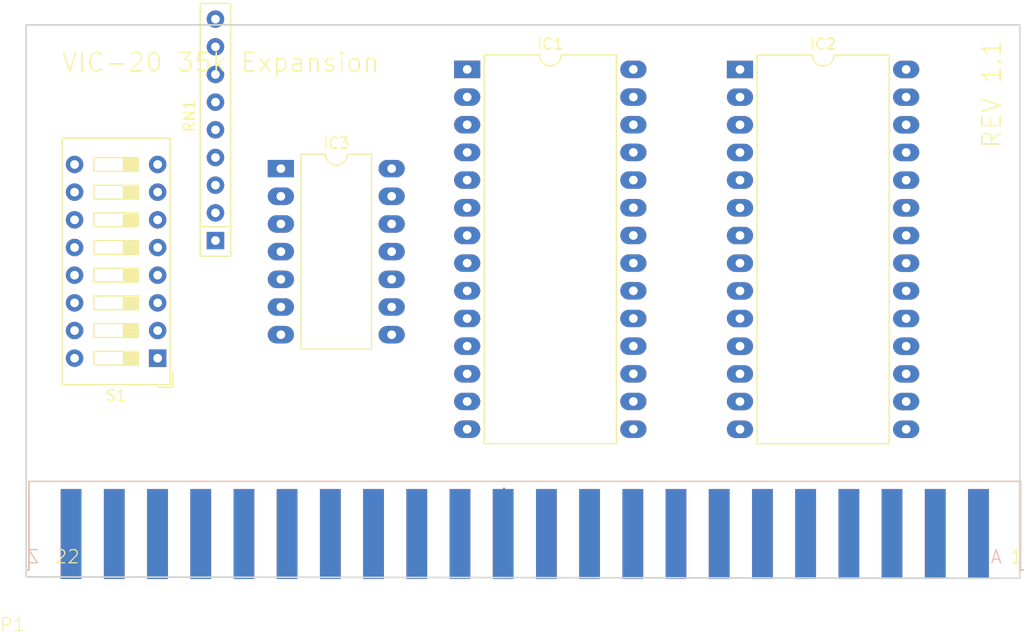
<source format=kicad_pcb>
(kicad_pcb (version 20171130) (host pcbnew 5.0.2+dfsg1-1~bpo9+1)

  (general
    (thickness 1.6)
    (drawings 6)
    (tracks 7)
    (zones 0)
    (modules 6)
    (nets 55)
  )

  (page A4)
  (layers
    (0 Top signal)
    (31 Bottom signal)
    (32 B.Adhes user)
    (33 F.Adhes user)
    (34 B.Paste user)
    (35 F.Paste user)
    (36 B.SilkS user)
    (37 F.SilkS user)
    (38 B.Mask user)
    (39 F.Mask user)
    (40 Dwgs.User user)
    (41 Cmts.User user)
    (42 Eco1.User user)
    (43 Eco2.User user)
    (44 Edge.Cuts user)
    (45 Margin user)
    (46 B.CrtYd user)
    (47 F.CrtYd user)
    (48 B.Fab user)
    (49 F.Fab user)
  )

  (setup
    (last_trace_width 0.25)
    (trace_clearance 0.1524)
    (zone_clearance 0.508)
    (zone_45_only no)
    (trace_min 0.2)
    (segment_width 0.2)
    (edge_width 0.15)
    (via_size 0.8)
    (via_drill 0.4)
    (via_min_size 0.4)
    (via_min_drill 0.3)
    (uvia_size 0.3)
    (uvia_drill 0.1)
    (uvias_allowed no)
    (uvia_min_size 0.2)
    (uvia_min_drill 0.1)
    (pcb_text_width 0.3)
    (pcb_text_size 1.5 1.5)
    (mod_edge_width 0.15)
    (mod_text_size 1 1)
    (mod_text_width 0.15)
    (pad_size 1.524 1.524)
    (pad_drill 0.762)
    (pad_to_mask_clearance 0.051)
    (solder_mask_min_width 0.25)
    (aux_axis_origin 0 0)
    (visible_elements FFFFFF7F)
    (pcbplotparams
      (layerselection 0x010fc_ffffffff)
      (usegerberextensions false)
      (usegerberattributes false)
      (usegerberadvancedattributes false)
      (creategerberjobfile false)
      (excludeedgelayer true)
      (linewidth 0.100000)
      (plotframeref false)
      (viasonmask false)
      (mode 1)
      (useauxorigin false)
      (hpglpennumber 1)
      (hpglpenspeed 20)
      (hpglpendiameter 15.000000)
      (psnegative false)
      (psa4output false)
      (plotreference true)
      (plotvalue true)
      (plotinvisibletext false)
      (padsonsilk false)
      (subtractmaskfromsilk false)
      (outputformat 1)
      (mirror false)
      (drillshape 1)
      (scaleselection 1)
      (outputdirectory ""))
  )

  (net 0 "")
  (net 1 +5V)
  (net 2 GND)
  (net 3 "Net-(IC3-Pad5)")
  (net 4 "Net-(IC3-Pad1)")
  (net 5 "Net-(IC3-Pad2)")
  (net 6 "Net-(IC3-Pad4)")
  (net 7 "Net-(IC3-Pad13)")
  (net 8 "Net-(IC3-Pad9)")
  (net 9 "Net-(IC2-Pad22)")
  (net 10 "Net-(IC2-Pad20)")
  (net 11 "Net-(P1-Pad11)")
  (net 12 "Net-(P1-Pad12)")
  (net 13 "Net-(P1-Pad10)")
  (net 14 "Net-(P1-Pad16)")
  (net 15 "Net-(IC1-Pad27)")
  (net 16 "Net-(P1-Pad13)")
  (net 17 "Net-(P1-Pad15)")
  (net 18 "Net-(P1-Pad14)")
  (net 19 "Net-(IC1-Pad1)")
  (net 20 "Net-(IC1-Pad20)")
  (net 21 /A8)
  (net 22 /A9)
  (net 23 /A11)
  (net 24 /A10)
  (net 25 /D7)
  (net 26 /D6)
  (net 27 /D5)
  (net 28 /D4)
  (net 29 /D3)
  (net 30 /D2)
  (net 31 /D1)
  (net 32 /D0)
  (net 33 /A0)
  (net 34 /A1)
  (net 35 /A2)
  (net 36 /A3)
  (net 37 /A4)
  (net 38 /A5)
  (net 39 /A6)
  (net 40 /A7)
  (net 41 /A12)
  (net 42 "Net-(IC2-Pad1)")
  (net 43 "Net-(P1-PadZ)")
  (net 44 "Net-(P1-PadY)")
  (net 45 "Net-(P1-PadX)")
  (net 46 "Net-(P1-PadW)")
  (net 47 "Net-(P1-PadV)")
  (net 48 "Net-(P1-PadU)")
  (net 49 "Net-(P1-PadT)")
  (net 50 /A13)
  (net 51 "Net-(P1-Pad22)")
  (net 52 "Net-(P1-Pad20)")
  (net 53 "Net-(P1-Pad19)")
  (net 54 "Net-(P1-Pad18)")

  (net_class Default "This is the default net class."
    (clearance 0.1524)
    (trace_width 0.25)
    (via_dia 0.8)
    (via_drill 0.4)
    (uvia_dia 0.3)
    (uvia_drill 0.1)
    (add_net +5V)
    (add_net /A0)
    (add_net /A1)
    (add_net /A10)
    (add_net /A11)
    (add_net /A12)
    (add_net /A13)
    (add_net /A2)
    (add_net /A3)
    (add_net /A4)
    (add_net /A5)
    (add_net /A6)
    (add_net /A7)
    (add_net /A8)
    (add_net /A9)
    (add_net /D0)
    (add_net /D1)
    (add_net /D2)
    (add_net /D3)
    (add_net /D4)
    (add_net /D5)
    (add_net /D6)
    (add_net /D7)
    (add_net GND)
    (add_net "Net-(IC1-Pad1)")
    (add_net "Net-(IC1-Pad20)")
    (add_net "Net-(IC1-Pad27)")
    (add_net "Net-(IC2-Pad1)")
    (add_net "Net-(IC2-Pad20)")
    (add_net "Net-(IC2-Pad22)")
    (add_net "Net-(IC3-Pad1)")
    (add_net "Net-(IC3-Pad13)")
    (add_net "Net-(IC3-Pad2)")
    (add_net "Net-(IC3-Pad4)")
    (add_net "Net-(IC3-Pad5)")
    (add_net "Net-(IC3-Pad9)")
    (add_net "Net-(P1-Pad10)")
    (add_net "Net-(P1-Pad11)")
    (add_net "Net-(P1-Pad12)")
    (add_net "Net-(P1-Pad13)")
    (add_net "Net-(P1-Pad14)")
    (add_net "Net-(P1-Pad15)")
    (add_net "Net-(P1-Pad16)")
    (add_net "Net-(P1-Pad18)")
    (add_net "Net-(P1-Pad19)")
    (add_net "Net-(P1-Pad20)")
    (add_net "Net-(P1-Pad22)")
    (add_net "Net-(P1-PadT)")
    (add_net "Net-(P1-PadU)")
    (add_net "Net-(P1-PadV)")
    (add_net "Net-(P1-PadW)")
    (add_net "Net-(P1-PadX)")
    (add_net "Net-(P1-PadY)")
    (add_net "Net-(P1-PadZ)")
  )

  (module Package_DIP:DIP-28_W15.24mm_LongPads (layer Top) (tedit 5A02E8C5) (tstamp 5C86D89C)
    (at 168.4 83.7)
    (descr "28-lead though-hole mounted DIP package, row spacing 15.24 mm (600 mils), LongPads")
    (tags "THT DIP DIL PDIP 2.54mm 15.24mm 600mil LongPads")
    (path /4E27A81F26B5401C)
    (fp_text reference IC2 (at 7.62 -2.33) (layer F.SilkS)
      (effects (font (size 1 1) (thickness 0.15)))
    )
    (fp_text value 6264 (at 7.62 35.35) (layer F.Fab)
      (effects (font (size 1 1) (thickness 0.15)))
    )
    (fp_arc (start 7.62 -1.33) (end 6.62 -1.33) (angle -180) (layer F.SilkS) (width 0.12))
    (fp_line (start 1.255 -1.27) (end 14.985 -1.27) (layer F.Fab) (width 0.1))
    (fp_line (start 14.985 -1.27) (end 14.985 34.29) (layer F.Fab) (width 0.1))
    (fp_line (start 14.985 34.29) (end 0.255 34.29) (layer F.Fab) (width 0.1))
    (fp_line (start 0.255 34.29) (end 0.255 -0.27) (layer F.Fab) (width 0.1))
    (fp_line (start 0.255 -0.27) (end 1.255 -1.27) (layer F.Fab) (width 0.1))
    (fp_line (start 6.62 -1.33) (end 1.56 -1.33) (layer F.SilkS) (width 0.12))
    (fp_line (start 1.56 -1.33) (end 1.56 34.35) (layer F.SilkS) (width 0.12))
    (fp_line (start 1.56 34.35) (end 13.68 34.35) (layer F.SilkS) (width 0.12))
    (fp_line (start 13.68 34.35) (end 13.68 -1.33) (layer F.SilkS) (width 0.12))
    (fp_line (start 13.68 -1.33) (end 8.62 -1.33) (layer F.SilkS) (width 0.12))
    (fp_line (start -1.5 -1.55) (end -1.5 34.55) (layer F.CrtYd) (width 0.05))
    (fp_line (start -1.5 34.55) (end 16.7 34.55) (layer F.CrtYd) (width 0.05))
    (fp_line (start 16.7 34.55) (end 16.7 -1.55) (layer F.CrtYd) (width 0.05))
    (fp_line (start 16.7 -1.55) (end -1.5 -1.55) (layer F.CrtYd) (width 0.05))
    (fp_text user %R (at 7.62 16.51) (layer F.Fab)
      (effects (font (size 1 1) (thickness 0.15)))
    )
    (pad 1 thru_hole rect (at 0 0) (size 2.4 1.6) (drill 0.8) (layers *.Cu *.Mask)
      (net 42 "Net-(IC2-Pad1)"))
    (pad 15 thru_hole oval (at 15.24 33.02) (size 2.4 1.6) (drill 0.8) (layers *.Cu *.Mask)
      (net 29 /D3))
    (pad 2 thru_hole oval (at 0 2.54) (size 2.4 1.6) (drill 0.8) (layers *.Cu *.Mask)
      (net 41 /A12))
    (pad 16 thru_hole oval (at 15.24 30.48) (size 2.4 1.6) (drill 0.8) (layers *.Cu *.Mask)
      (net 28 /D4))
    (pad 3 thru_hole oval (at 0 5.08) (size 2.4 1.6) (drill 0.8) (layers *.Cu *.Mask)
      (net 40 /A7))
    (pad 17 thru_hole oval (at 15.24 27.94) (size 2.4 1.6) (drill 0.8) (layers *.Cu *.Mask)
      (net 27 /D5))
    (pad 4 thru_hole oval (at 0 7.62) (size 2.4 1.6) (drill 0.8) (layers *.Cu *.Mask)
      (net 39 /A6))
    (pad 18 thru_hole oval (at 15.24 25.4) (size 2.4 1.6) (drill 0.8) (layers *.Cu *.Mask)
      (net 26 /D6))
    (pad 5 thru_hole oval (at 0 10.16) (size 2.4 1.6) (drill 0.8) (layers *.Cu *.Mask)
      (net 38 /A5))
    (pad 19 thru_hole oval (at 15.24 22.86) (size 2.4 1.6) (drill 0.8) (layers *.Cu *.Mask)
      (net 25 /D7))
    (pad 6 thru_hole oval (at 0 12.7) (size 2.4 1.6) (drill 0.8) (layers *.Cu *.Mask)
      (net 37 /A4))
    (pad 20 thru_hole oval (at 15.24 20.32) (size 2.4 1.6) (drill 0.8) (layers *.Cu *.Mask)
      (net 10 "Net-(IC2-Pad20)"))
    (pad 7 thru_hole oval (at 0 15.24) (size 2.4 1.6) (drill 0.8) (layers *.Cu *.Mask)
      (net 36 /A3))
    (pad 21 thru_hole oval (at 15.24 17.78) (size 2.4 1.6) (drill 0.8) (layers *.Cu *.Mask)
      (net 24 /A10))
    (pad 8 thru_hole oval (at 0 17.78) (size 2.4 1.6) (drill 0.8) (layers *.Cu *.Mask)
      (net 35 /A2))
    (pad 22 thru_hole oval (at 15.24 15.24) (size 2.4 1.6) (drill 0.8) (layers *.Cu *.Mask)
      (net 9 "Net-(IC2-Pad22)"))
    (pad 9 thru_hole oval (at 0 20.32) (size 2.4 1.6) (drill 0.8) (layers *.Cu *.Mask)
      (net 34 /A1))
    (pad 23 thru_hole oval (at 15.24 12.7) (size 2.4 1.6) (drill 0.8) (layers *.Cu *.Mask)
      (net 23 /A11))
    (pad 10 thru_hole oval (at 0 22.86) (size 2.4 1.6) (drill 0.8) (layers *.Cu *.Mask)
      (net 33 /A0))
    (pad 24 thru_hole oval (at 15.24 10.16) (size 2.4 1.6) (drill 0.8) (layers *.Cu *.Mask)
      (net 22 /A9))
    (pad 11 thru_hole oval (at 0 25.4) (size 2.4 1.6) (drill 0.8) (layers *.Cu *.Mask)
      (net 32 /D0))
    (pad 25 thru_hole oval (at 15.24 7.62) (size 2.4 1.6) (drill 0.8) (layers *.Cu *.Mask)
      (net 21 /A8))
    (pad 12 thru_hole oval (at 0 27.94) (size 2.4 1.6) (drill 0.8) (layers *.Cu *.Mask)
      (net 31 /D1))
    (pad 26 thru_hole oval (at 15.24 5.08) (size 2.4 1.6) (drill 0.8) (layers *.Cu *.Mask)
      (net 1 +5V))
    (pad 13 thru_hole oval (at 0 30.48) (size 2.4 1.6) (drill 0.8) (layers *.Cu *.Mask)
      (net 30 /D2))
    (pad 27 thru_hole oval (at 15.24 2.54) (size 2.4 1.6) (drill 0.8) (layers *.Cu *.Mask)
      (net 10 "Net-(IC2-Pad20)"))
    (pad 14 thru_hole oval (at 0 33.02) (size 2.4 1.6) (drill 0.8) (layers *.Cu *.Mask)
      (net 2 GND))
    (pad 28 thru_hole oval (at 15.24 0) (size 2.4 1.6) (drill 0.8) (layers *.Cu *.Mask)
      (net 1 +5V))
    (model ${KISYS3DMOD}/Package_DIP.3dshapes/DIP-28_W15.24mm.wrl
      (at (xyz 0 0 0))
      (scale (xyz 1 1 1))
      (rotate (xyz 0 0 0))
    )
  )

  (module expansion:44PINEDGE (layer Top) (tedit 0) (tstamp 5C793928)
    (at 148.6661 121.5086 180)
    (descr "44 Pin Edge Connector for PCB")
    (path /3904F63DF6E8D358)
    (fp_text reference P1 (at 45.72 -12.446) (layer F.SilkS)
      (effects (font (size 1.2065 1.2065) (thickness 0.09652)) (justify right top))
    )
    (fp_text value 44PINEDGE (at 45.72 -9.906 180) (layer F.Fab) hide
      (effects (font (size 1.2065 1.2065) (thickness 0.1016)) (justify right top))
    )
    (fp_text user Z (at 44.45 -7.62 180) (layer B.SilkS)
      (effects (font (size 1.2065 1.2065) (thickness 0.1016)) (justify left bottom mirror))
    )
    (fp_text user A (at -43.815 -7.62 180) (layer B.SilkS)
      (effects (font (size 1.2065 1.2065) (thickness 0.1016)) (justify left bottom mirror))
    )
    (fp_text user 22 (at 43.18 -7.62 180) (layer F.SilkS)
      (effects (font (size 1.2065 1.2065) (thickness 0.1016)) (justify left bottom))
    )
    (fp_text user 1 (at -44.45 -7.62 180) (layer F.SilkS)
      (effects (font (size 1.2065 1.2065) (thickness 0.1016)) (justify left bottom))
    )
    (fp_line (start 45.466 -8.128) (end 45.72 -8.128) (layer B.SilkS) (width 0.127))
    (fp_line (start 45.466 0) (end 45.466 -8.128) (layer B.SilkS) (width 0.127))
    (fp_line (start -45.466 0) (end 45.466 0) (layer B.SilkS) (width 0.127))
    (fp_line (start -45.466 -8.128) (end -45.466 0) (layer B.SilkS) (width 0.127))
    (fp_line (start -45.72 -8.128) (end -45.466 -8.128) (layer B.SilkS) (width 0.127))
    (fp_line (start 45.466 -8.128) (end 45.72 -8.128) (layer F.SilkS) (width 0.127))
    (fp_line (start -45.466 -8.128) (end -45.72 -8.128) (layer F.SilkS) (width 0.127))
    (fp_line (start -45.466 0) (end -45.466 -8.128) (layer F.SilkS) (width 0.127))
    (fp_line (start 45.466 0) (end 45.466 -8.128) (layer F.SilkS) (width 0.127))
    (fp_line (start -45.466 0) (end 45.466 0) (layer F.SilkS) (width 0.127))
    (pad Z smd rect (at 41.6052 -4.826 180) (size 1.905 8.255) (layers Bottom B.Paste B.Mask)
      (net 43 "Net-(P1-PadZ)") (solder_mask_margin 0.1016))
    (pad Y smd rect (at 37.6428 -4.826 180) (size 1.905 8.255) (layers Bottom B.Paste B.Mask)
      (net 44 "Net-(P1-PadY)") (solder_mask_margin 0.1016))
    (pad X smd rect (at 33.6804 -4.826 180) (size 1.905 8.255) (layers Bottom B.Paste B.Mask)
      (net 45 "Net-(P1-PadX)") (solder_mask_margin 0.1016))
    (pad W smd rect (at 29.718 -4.826 180) (size 1.905 8.255) (layers Bottom B.Paste B.Mask)
      (net 46 "Net-(P1-PadW)") (solder_mask_margin 0.1016))
    (pad V smd rect (at 25.7556 -4.826 180) (size 1.905 8.255) (layers Bottom B.Paste B.Mask)
      (net 47 "Net-(P1-PadV)") (solder_mask_margin 0.1016))
    (pad U smd rect (at 21.7932 -4.826 180) (size 1.905 8.255) (layers Bottom B.Paste B.Mask)
      (net 48 "Net-(P1-PadU)") (solder_mask_margin 0.1016))
    (pad T smd rect (at 17.8308 -4.826 180) (size 1.905 8.255) (layers Bottom B.Paste B.Mask)
      (net 49 "Net-(P1-PadT)") (solder_mask_margin 0.1016))
    (pad S smd rect (at 13.8684 -4.826 180) (size 1.905 8.255) (layers Bottom B.Paste B.Mask)
      (net 50 /A13) (solder_mask_margin 0.1016))
    (pad R smd rect (at 9.906 -4.826 180) (size 1.905 8.255) (layers Bottom B.Paste B.Mask)
      (net 41 /A12) (solder_mask_margin 0.1016))
    (pad P smd rect (at 5.9436 -4.826 180) (size 1.905 8.255) (layers Bottom B.Paste B.Mask)
      (net 23 /A11) (solder_mask_margin 0.1016))
    (pad N smd rect (at 1.9812 -4.826 180) (size 1.905 8.255) (layers Bottom B.Paste B.Mask)
      (net 24 /A10) (solder_mask_margin 0.1016))
    (pad M smd rect (at -1.9812 -4.826 180) (size 1.905 8.255) (layers Bottom B.Paste B.Mask)
      (net 22 /A9) (solder_mask_margin 0.1016))
    (pad L smd rect (at -5.9436 -4.826 180) (size 1.905 8.255) (layers Bottom B.Paste B.Mask)
      (net 21 /A8) (solder_mask_margin 0.1016))
    (pad K smd rect (at -9.906 -4.826 180) (size 1.905 8.255) (layers Bottom B.Paste B.Mask)
      (net 40 /A7) (solder_mask_margin 0.1016))
    (pad J smd rect (at -13.8684 -4.826 180) (size 1.905 8.255) (layers Bottom B.Paste B.Mask)
      (net 39 /A6) (solder_mask_margin 0.1016))
    (pad H smd rect (at -17.8308 -4.826 180) (size 1.905 8.255) (layers Bottom B.Paste B.Mask)
      (net 38 /A5) (solder_mask_margin 0.1016))
    (pad F smd rect (at -21.7932 -4.826 180) (size 1.905 8.255) (layers Bottom B.Paste B.Mask)
      (net 37 /A4) (solder_mask_margin 0.1016))
    (pad E smd rect (at -25.7556 -4.826 180) (size 1.905 8.255) (layers Bottom B.Paste B.Mask)
      (net 36 /A3) (solder_mask_margin 0.1016))
    (pad D smd rect (at -29.718 -4.826 180) (size 1.905 8.255) (layers Bottom B.Paste B.Mask)
      (net 35 /A2) (solder_mask_margin 0.1016))
    (pad C smd rect (at -33.6804 -4.826 180) (size 1.905 8.255) (layers Bottom B.Paste B.Mask)
      (net 34 /A1) (solder_mask_margin 0.1016))
    (pad B smd rect (at -37.6428 -4.826 180) (size 1.905 8.255) (layers Bottom B.Paste B.Mask)
      (net 33 /A0) (solder_mask_margin 0.1016))
    (pad A smd rect (at -41.6052 -4.826 180) (size 1.905 8.255) (layers Bottom B.Paste B.Mask)
      (net 2 GND) (solder_mask_margin 0.1016))
    (pad 22 smd rect (at 41.6052 -4.826 180) (size 1.905 8.255) (layers Top F.Paste F.Mask)
      (net 51 "Net-(P1-Pad22)") (solder_mask_margin 0.1016))
    (pad 21 smd rect (at 37.6428 -4.826 180) (size 1.905 8.255) (layers Top F.Paste F.Mask)
      (net 1 +5V) (solder_mask_margin 0.1016))
    (pad 20 smd rect (at 33.6804 -4.826 180) (size 1.905 8.255) (layers Top F.Paste F.Mask)
      (net 52 "Net-(P1-Pad20)") (solder_mask_margin 0.1016))
    (pad 19 smd rect (at 29.718 -4.826 180) (size 1.905 8.255) (layers Top F.Paste F.Mask)
      (net 53 "Net-(P1-Pad19)") (solder_mask_margin 0.1016))
    (pad 18 smd rect (at 25.7556 -4.826 180) (size 1.905 8.255) (layers Top F.Paste F.Mask)
      (net 54 "Net-(P1-Pad18)") (solder_mask_margin 0.1016))
    (pad 17 smd rect (at 21.7932 -4.826 180) (size 1.905 8.255) (layers Top F.Paste F.Mask)
      (net 15 "Net-(IC1-Pad27)") (solder_mask_margin 0.1016))
    (pad 16 smd rect (at 17.8308 -4.826 180) (size 1.905 8.255) (layers Top F.Paste F.Mask)
      (net 14 "Net-(P1-Pad16)") (solder_mask_margin 0.1016))
    (pad 15 smd rect (at 13.8684 -4.826 180) (size 1.905 8.255) (layers Top F.Paste F.Mask)
      (net 17 "Net-(P1-Pad15)") (solder_mask_margin 0.1016))
    (pad 14 smd rect (at 9.906 -4.826 180) (size 1.905 8.255) (layers Top F.Paste F.Mask)
      (net 18 "Net-(P1-Pad14)") (solder_mask_margin 0.1016))
    (pad 13 smd rect (at 5.9436 -4.826 180) (size 1.905 8.255) (layers Top F.Paste F.Mask)
      (net 16 "Net-(P1-Pad13)") (solder_mask_margin 0.1016))
    (pad 12 smd rect (at 1.9812 -4.826 180) (size 1.905 8.255) (layers Top F.Paste F.Mask)
      (net 12 "Net-(P1-Pad12)") (solder_mask_margin 0.1016))
    (pad 1 smd rect (at -41.6052 -4.826 180) (size 1.905 8.255) (layers Top F.Paste F.Mask)
      (net 2 GND) (solder_mask_margin 0.1016))
    (pad 2 smd rect (at -37.6428 -4.826 180) (size 1.905 8.255) (layers Top F.Paste F.Mask)
      (net 32 /D0) (solder_mask_margin 0.1016))
    (pad 3 smd rect (at -33.6804 -4.826 180) (size 1.905 8.255) (layers Top F.Paste F.Mask)
      (net 31 /D1) (solder_mask_margin 0.1016))
    (pad 4 smd rect (at -29.718 -4.826 180) (size 1.905 8.255) (layers Top F.Paste F.Mask)
      (net 30 /D2) (solder_mask_margin 0.1016))
    (pad 5 smd rect (at -25.7556 -4.826 180) (size 1.905 8.255) (layers Top F.Paste F.Mask)
      (net 29 /D3) (solder_mask_margin 0.1016))
    (pad 6 smd rect (at -21.7932 -4.826 180) (size 1.905 8.255) (layers Top F.Paste F.Mask)
      (net 28 /D4) (solder_mask_margin 0.1016))
    (pad 7 smd rect (at -17.8308 -4.826 180) (size 1.905 8.255) (layers Top F.Paste F.Mask)
      (net 27 /D5) (solder_mask_margin 0.1016))
    (pad 8 smd rect (at -13.8684 -4.826 180) (size 1.905 8.255) (layers Top F.Paste F.Mask)
      (net 26 /D6) (solder_mask_margin 0.1016))
    (pad 9 smd rect (at -9.906 -4.826 180) (size 1.905 8.255) (layers Top F.Paste F.Mask)
      (net 25 /D7) (solder_mask_margin 0.1016))
    (pad 10 smd rect (at -5.9436 -4.826 180) (size 1.905 8.255) (layers Top F.Paste F.Mask)
      (net 13 "Net-(P1-Pad10)") (solder_mask_margin 0.1016))
    (pad 11 smd rect (at -1.9812 -4.826 180) (size 1.905 8.255) (layers Top F.Paste F.Mask)
      (net 11 "Net-(P1-Pad11)") (solder_mask_margin 0.1016))
  )

  (module Package_DIP:DIP-28_W15.24mm_LongPads (layer Top) (tedit 5C855C20) (tstamp 5C86CAC9)
    (at 143.383 83.693)
    (descr "28-lead though-hole mounted DIP package, row spacing 15.24 mm (600 mils), LongPads")
    (tags "THT DIP DIL PDIP 2.54mm 15.24mm 600mil LongPads")
    (path /183657B29D0449ED)
    (fp_text reference IC1 (at 7.62 -2.33) (layer F.SilkS)
      (effects (font (size 1 1) (thickness 0.15)))
    )
    (fp_text value 62256 (at 7.62 35.35) (layer F.Fab)
      (effects (font (size 1 1) (thickness 0.15)))
    )
    (fp_text user %R (at 7.62 16.51) (layer F.Fab)
      (effects (font (size 1 1) (thickness 0.15)))
    )
    (fp_line (start 16.7 -1.55) (end -1.5 -1.55) (layer F.CrtYd) (width 0.05))
    (fp_line (start 16.7 34.55) (end 16.7 -1.55) (layer F.CrtYd) (width 0.05))
    (fp_line (start -1.5 34.55) (end 16.7 34.55) (layer F.CrtYd) (width 0.05))
    (fp_line (start -1.5 -1.55) (end -1.5 34.55) (layer F.CrtYd) (width 0.05))
    (fp_line (start 13.68 -1.33) (end 8.62 -1.33) (layer F.SilkS) (width 0.12))
    (fp_line (start 13.68 34.35) (end 13.68 -1.33) (layer F.SilkS) (width 0.12))
    (fp_line (start 1.56 34.35) (end 13.68 34.35) (layer F.SilkS) (width 0.12))
    (fp_line (start 1.56 -1.33) (end 1.56 34.35) (layer F.SilkS) (width 0.12))
    (fp_line (start 6.62 -1.33) (end 1.56 -1.33) (layer F.SilkS) (width 0.12))
    (fp_line (start 0.255 -0.27) (end 1.255 -1.27) (layer F.Fab) (width 0.1))
    (fp_line (start 0.255 34.29) (end 0.255 -0.27) (layer F.Fab) (width 0.1))
    (fp_line (start 14.985 34.29) (end 0.255 34.29) (layer F.Fab) (width 0.1))
    (fp_line (start 14.985 -1.27) (end 14.985 34.29) (layer F.Fab) (width 0.1))
    (fp_line (start 1.255 -1.27) (end 14.985 -1.27) (layer F.Fab) (width 0.1))
    (fp_arc (start 7.62 -1.33) (end 6.62 -1.33) (angle -180) (layer F.SilkS) (width 0.12))
    (pad 28 thru_hole oval (at 15.24 0) (size 2.4 1.6) (drill 0.8) (layers *.Cu *.Mask)
      (net 1 +5V))
    (pad 14 thru_hole oval (at 0 33.02) (size 2.4 1.6) (drill 0.8) (layers *.Cu *.Mask)
      (net 2 GND))
    (pad 27 thru_hole oval (at 15.24 2.54) (size 2.4 1.6) (drill 0.8) (layers *.Cu *.Mask)
      (net 15 "Net-(IC1-Pad27)"))
    (pad 13 thru_hole oval (at 0 30.48) (size 2.4 1.6) (drill 0.8) (layers *.Cu *.Mask)
      (net 30 /D2))
    (pad 26 thru_hole oval (at 15.24 5.08) (size 2.4 1.6) (drill 0.8) (layers *.Cu *.Mask)
      (net 50 /A13))
    (pad 12 thru_hole oval (at 0 27.94) (size 2.4 1.6) (drill 0.8) (layers *.Cu *.Mask)
      (net 31 /D1))
    (pad 25 thru_hole oval (at 15.24 7.62) (size 2.4 1.6) (drill 0.8) (layers *.Cu *.Mask)
      (net 21 /A8))
    (pad 11 thru_hole oval (at 0 25.4) (size 2.4 1.6) (drill 0.8) (layers *.Cu *.Mask)
      (net 32 /D0))
    (pad 24 thru_hole oval (at 15.24 10.16) (size 2.4 1.6) (drill 0.8) (layers *.Cu *.Mask)
      (net 22 /A9))
    (pad 10 thru_hole oval (at 0 22.86) (size 2.4 1.6) (drill 0.8) (layers *.Cu *.Mask)
      (net 33 /A0))
    (pad 23 thru_hole oval (at 15.24 12.7) (size 2.4 1.6) (drill 0.8) (layers *.Cu *.Mask)
      (net 23 /A11))
    (pad 9 thru_hole oval (at 0 20.32) (size 2.4 1.6) (drill 0.8) (layers *.Cu *.Mask)
      (net 34 /A1))
    (pad 22 thru_hole oval (at 15.24 15.24) (size 2.4 1.6) (drill 0.8) (layers *.Cu *.Mask)
      (net 20 "Net-(IC1-Pad20)"))
    (pad 8 thru_hole oval (at 0 17.78) (size 2.4 1.6) (drill 0.8) (layers *.Cu *.Mask)
      (net 35 /A2))
    (pad 21 thru_hole oval (at 15.24 17.78) (size 2.4 1.6) (drill 0.8) (layers *.Cu *.Mask)
      (net 24 /A10))
    (pad 7 thru_hole oval (at 0 15.24) (size 2.4 1.6) (drill 0.8) (layers *.Cu *.Mask)
      (net 36 /A3))
    (pad 20 thru_hole oval (at 15.24 20.32) (size 2.4 1.6) (drill 0.8) (layers *.Cu *.Mask)
      (net 20 "Net-(IC1-Pad20)"))
    (pad 6 thru_hole oval (at 0 12.7) (size 2.4 1.6) (drill 0.8) (layers *.Cu *.Mask)
      (net 37 /A4))
    (pad 19 thru_hole oval (at 15.24 22.86) (size 2.4 1.6) (drill 0.8) (layers *.Cu *.Mask)
      (net 25 /D7))
    (pad 5 thru_hole oval (at 0 10.16) (size 2.4 1.6) (drill 0.8) (layers *.Cu *.Mask)
      (net 38 /A5))
    (pad 18 thru_hole oval (at 15.24 25.4) (size 2.4 1.6) (drill 0.8) (layers *.Cu *.Mask)
      (net 26 /D6))
    (pad 4 thru_hole oval (at 0 7.62) (size 2.4 1.6) (drill 0.8) (layers *.Cu *.Mask)
      (net 39 /A6))
    (pad 17 thru_hole oval (at 15.24 27.94) (size 2.4 1.6) (drill 0.8) (layers *.Cu *.Mask)
      (net 27 /D5))
    (pad 3 thru_hole oval (at 0 5.08) (size 2.4 1.6) (drill 0.8) (layers *.Cu *.Mask)
      (net 40 /A7))
    (pad 16 thru_hole oval (at 15.24 30.48) (size 2.4 1.6) (drill 0.8) (layers *.Cu *.Mask)
      (net 28 /D4))
    (pad 2 thru_hole oval (at 0 2.54) (size 2.4 1.6) (drill 0.8) (layers *.Cu *.Mask)
      (net 41 /A12))
    (pad 15 thru_hole oval (at 15.24 33.02) (size 2.4 1.6) (drill 0.8) (layers *.Cu *.Mask)
      (net 29 /D3))
    (pad 1 thru_hole rect (at 0 0) (size 2.4 1.6) (drill 0.8) (layers *.Cu *.Mask)
      (net 19 "Net-(IC1-Pad1)"))
    (model ${KISYS3DMOD}/Package_DIP.3dshapes/DIP-28_W15.24mm.wrl
      (at (xyz 0 0 0))
      (scale (xyz 1 1 1))
      (rotate (xyz 0 0 0))
    )
  )

  (module Package_DIP:DIP-14_W10.16mm_LongPads (layer Top) (tedit 5A02E8C5) (tstamp 5C86DE47)
    (at 126.3 92.8)
    (descr "14-lead though-hole mounted DIP package, row spacing 10.16 mm (400 mils), LongPads")
    (tags "THT DIP DIL PDIP 2.54mm 10.16mm 400mil LongPads")
    (path /5C86E137)
    (fp_text reference IC3 (at 5.08 -2.33) (layer F.SilkS)
      (effects (font (size 1 1) (thickness 0.15)))
    )
    (fp_text value 74LS21 (at 5.08 17.57) (layer F.Fab)
      (effects (font (size 1 1) (thickness 0.15)))
    )
    (fp_arc (start 5.08 -1.33) (end 4.08 -1.33) (angle -180) (layer F.SilkS) (width 0.12))
    (fp_line (start 2.905 -1.27) (end 8.255 -1.27) (layer F.Fab) (width 0.1))
    (fp_line (start 8.255 -1.27) (end 8.255 16.51) (layer F.Fab) (width 0.1))
    (fp_line (start 8.255 16.51) (end 1.905 16.51) (layer F.Fab) (width 0.1))
    (fp_line (start 1.905 16.51) (end 1.905 -0.27) (layer F.Fab) (width 0.1))
    (fp_line (start 1.905 -0.27) (end 2.905 -1.27) (layer F.Fab) (width 0.1))
    (fp_line (start 4.08 -1.33) (end 1.845 -1.33) (layer F.SilkS) (width 0.12))
    (fp_line (start 1.845 -1.33) (end 1.845 16.57) (layer F.SilkS) (width 0.12))
    (fp_line (start 1.845 16.57) (end 8.315 16.57) (layer F.SilkS) (width 0.12))
    (fp_line (start 8.315 16.57) (end 8.315 -1.33) (layer F.SilkS) (width 0.12))
    (fp_line (start 8.315 -1.33) (end 6.08 -1.33) (layer F.SilkS) (width 0.12))
    (fp_line (start -1.5 -1.55) (end -1.5 16.8) (layer F.CrtYd) (width 0.05))
    (fp_line (start -1.5 16.8) (end 11.65 16.8) (layer F.CrtYd) (width 0.05))
    (fp_line (start 11.65 16.8) (end 11.65 -1.55) (layer F.CrtYd) (width 0.05))
    (fp_line (start 11.65 -1.55) (end -1.5 -1.55) (layer F.CrtYd) (width 0.05))
    (fp_text user %R (at 5.08 7.62) (layer F.Fab)
      (effects (font (size 1 1) (thickness 0.15)))
    )
    (pad 1 thru_hole rect (at 0 0) (size 2.4 1.6) (drill 0.8) (layers *.Cu *.Mask)
      (net 4 "Net-(IC3-Pad1)"))
    (pad 8 thru_hole oval (at 10.16 15.24) (size 2.4 1.6) (drill 0.8) (layers *.Cu *.Mask)
      (net 20 "Net-(IC1-Pad20)"))
    (pad 2 thru_hole oval (at 0 2.54) (size 2.4 1.6) (drill 0.8) (layers *.Cu *.Mask)
      (net 5 "Net-(IC3-Pad2)"))
    (pad 9 thru_hole oval (at 10.16 12.7) (size 2.4 1.6) (drill 0.8) (layers *.Cu *.Mask)
      (net 8 "Net-(IC3-Pad9)"))
    (pad 3 thru_hole oval (at 0 5.08) (size 2.4 1.6) (drill 0.8) (layers *.Cu *.Mask))
    (pad 10 thru_hole oval (at 10.16 10.16) (size 2.4 1.6) (drill 0.8) (layers *.Cu *.Mask)
      (net 19 "Net-(IC1-Pad1)"))
    (pad 4 thru_hole oval (at 0 7.62) (size 2.4 1.6) (drill 0.8) (layers *.Cu *.Mask)
      (net 6 "Net-(IC3-Pad4)"))
    (pad 11 thru_hole oval (at 10.16 7.62) (size 2.4 1.6) (drill 0.8) (layers *.Cu *.Mask))
    (pad 5 thru_hole oval (at 0 10.16) (size 2.4 1.6) (drill 0.8) (layers *.Cu *.Mask)
      (net 3 "Net-(IC3-Pad5)"))
    (pad 12 thru_hole oval (at 10.16 5.08) (size 2.4 1.6) (drill 0.8) (layers *.Cu *.Mask)
      (net 19 "Net-(IC1-Pad1)"))
    (pad 6 thru_hole oval (at 0 12.7) (size 2.4 1.6) (drill 0.8) (layers *.Cu *.Mask)
      (net 19 "Net-(IC1-Pad1)"))
    (pad 13 thru_hole oval (at 10.16 2.54) (size 2.4 1.6) (drill 0.8) (layers *.Cu *.Mask)
      (net 7 "Net-(IC3-Pad13)"))
    (pad 7 thru_hole oval (at 0 15.24) (size 2.4 1.6) (drill 0.8) (layers *.Cu *.Mask)
      (net 2 GND))
    (pad 14 thru_hole oval (at 10.16 0) (size 2.4 1.6) (drill 0.8) (layers *.Cu *.Mask)
      (net 1 +5V))
    (model ${KISYS3DMOD}/Package_DIP.3dshapes/DIP-14_W10.16mm.wrl
      (at (xyz 0 0 0))
      (scale (xyz 1 1 1))
      (rotate (xyz 0 0 0))
    )
  )

  (module Button_Switch_THT:SW_DIP_SPSTx08_Slide_9.78x22.5mm_W7.62mm_P2.54mm (layer Top) (tedit 5A4E1405) (tstamp 5C857540)
    (at 115 110.2 180)
    (descr "8x-dip-switch SPST , Slide, row spacing 7.62 mm (300 mils), body size 9.78x22.5mm (see e.g. https://www.ctscorp.com/wp-content/uploads/206-208.pdf)")
    (tags "DIP Switch SPST Slide 7.62mm 300mil")
    (path /ABB621A3C76A2FAE)
    (fp_text reference S1 (at 3.81 -3.42 180) (layer F.SilkS)
      (effects (font (size 1 1) (thickness 0.15)))
    )
    (fp_text value Switch (at 3.81 21.2 180) (layer F.Fab)
      (effects (font (size 1 1) (thickness 0.15)))
    )
    (fp_line (start -0.08 -2.36) (end 8.7 -2.36) (layer F.Fab) (width 0.1))
    (fp_line (start 8.7 -2.36) (end 8.7 20.14) (layer F.Fab) (width 0.1))
    (fp_line (start 8.7 20.14) (end -1.08 20.14) (layer F.Fab) (width 0.1))
    (fp_line (start -1.08 20.14) (end -1.08 -1.36) (layer F.Fab) (width 0.1))
    (fp_line (start -1.08 -1.36) (end -0.08 -2.36) (layer F.Fab) (width 0.1))
    (fp_line (start 1.78 -0.635) (end 1.78 0.635) (layer F.Fab) (width 0.1))
    (fp_line (start 1.78 0.635) (end 5.84 0.635) (layer F.Fab) (width 0.1))
    (fp_line (start 5.84 0.635) (end 5.84 -0.635) (layer F.Fab) (width 0.1))
    (fp_line (start 5.84 -0.635) (end 1.78 -0.635) (layer F.Fab) (width 0.1))
    (fp_line (start 1.78 -0.535) (end 3.133333 -0.535) (layer F.Fab) (width 0.1))
    (fp_line (start 1.78 -0.435) (end 3.133333 -0.435) (layer F.Fab) (width 0.1))
    (fp_line (start 1.78 -0.335) (end 3.133333 -0.335) (layer F.Fab) (width 0.1))
    (fp_line (start 1.78 -0.235) (end 3.133333 -0.235) (layer F.Fab) (width 0.1))
    (fp_line (start 1.78 -0.135) (end 3.133333 -0.135) (layer F.Fab) (width 0.1))
    (fp_line (start 1.78 -0.035) (end 3.133333 -0.035) (layer F.Fab) (width 0.1))
    (fp_line (start 1.78 0.065) (end 3.133333 0.065) (layer F.Fab) (width 0.1))
    (fp_line (start 1.78 0.165) (end 3.133333 0.165) (layer F.Fab) (width 0.1))
    (fp_line (start 1.78 0.265) (end 3.133333 0.265) (layer F.Fab) (width 0.1))
    (fp_line (start 1.78 0.365) (end 3.133333 0.365) (layer F.Fab) (width 0.1))
    (fp_line (start 1.78 0.465) (end 3.133333 0.465) (layer F.Fab) (width 0.1))
    (fp_line (start 1.78 0.565) (end 3.133333 0.565) (layer F.Fab) (width 0.1))
    (fp_line (start 3.133333 -0.635) (end 3.133333 0.635) (layer F.Fab) (width 0.1))
    (fp_line (start 1.78 1.905) (end 1.78 3.175) (layer F.Fab) (width 0.1))
    (fp_line (start 1.78 3.175) (end 5.84 3.175) (layer F.Fab) (width 0.1))
    (fp_line (start 5.84 3.175) (end 5.84 1.905) (layer F.Fab) (width 0.1))
    (fp_line (start 5.84 1.905) (end 1.78 1.905) (layer F.Fab) (width 0.1))
    (fp_line (start 1.78 2.005) (end 3.133333 2.005) (layer F.Fab) (width 0.1))
    (fp_line (start 1.78 2.105) (end 3.133333 2.105) (layer F.Fab) (width 0.1))
    (fp_line (start 1.78 2.205) (end 3.133333 2.205) (layer F.Fab) (width 0.1))
    (fp_line (start 1.78 2.305) (end 3.133333 2.305) (layer F.Fab) (width 0.1))
    (fp_line (start 1.78 2.405) (end 3.133333 2.405) (layer F.Fab) (width 0.1))
    (fp_line (start 1.78 2.505) (end 3.133333 2.505) (layer F.Fab) (width 0.1))
    (fp_line (start 1.78 2.605) (end 3.133333 2.605) (layer F.Fab) (width 0.1))
    (fp_line (start 1.78 2.705) (end 3.133333 2.705) (layer F.Fab) (width 0.1))
    (fp_line (start 1.78 2.805) (end 3.133333 2.805) (layer F.Fab) (width 0.1))
    (fp_line (start 1.78 2.905) (end 3.133333 2.905) (layer F.Fab) (width 0.1))
    (fp_line (start 1.78 3.005) (end 3.133333 3.005) (layer F.Fab) (width 0.1))
    (fp_line (start 1.78 3.105) (end 3.133333 3.105) (layer F.Fab) (width 0.1))
    (fp_line (start 3.133333 1.905) (end 3.133333 3.175) (layer F.Fab) (width 0.1))
    (fp_line (start 1.78 4.445) (end 1.78 5.715) (layer F.Fab) (width 0.1))
    (fp_line (start 1.78 5.715) (end 5.84 5.715) (layer F.Fab) (width 0.1))
    (fp_line (start 5.84 5.715) (end 5.84 4.445) (layer F.Fab) (width 0.1))
    (fp_line (start 5.84 4.445) (end 1.78 4.445) (layer F.Fab) (width 0.1))
    (fp_line (start 1.78 4.545) (end 3.133333 4.545) (layer F.Fab) (width 0.1))
    (fp_line (start 1.78 4.645) (end 3.133333 4.645) (layer F.Fab) (width 0.1))
    (fp_line (start 1.78 4.745) (end 3.133333 4.745) (layer F.Fab) (width 0.1))
    (fp_line (start 1.78 4.845) (end 3.133333 4.845) (layer F.Fab) (width 0.1))
    (fp_line (start 1.78 4.945) (end 3.133333 4.945) (layer F.Fab) (width 0.1))
    (fp_line (start 1.78 5.045) (end 3.133333 5.045) (layer F.Fab) (width 0.1))
    (fp_line (start 1.78 5.145) (end 3.133333 5.145) (layer F.Fab) (width 0.1))
    (fp_line (start 1.78 5.245) (end 3.133333 5.245) (layer F.Fab) (width 0.1))
    (fp_line (start 1.78 5.345) (end 3.133333 5.345) (layer F.Fab) (width 0.1))
    (fp_line (start 1.78 5.445) (end 3.133333 5.445) (layer F.Fab) (width 0.1))
    (fp_line (start 1.78 5.545) (end 3.133333 5.545) (layer F.Fab) (width 0.1))
    (fp_line (start 1.78 5.645) (end 3.133333 5.645) (layer F.Fab) (width 0.1))
    (fp_line (start 3.133333 4.445) (end 3.133333 5.715) (layer F.Fab) (width 0.1))
    (fp_line (start 1.78 6.985) (end 1.78 8.255) (layer F.Fab) (width 0.1))
    (fp_line (start 1.78 8.255) (end 5.84 8.255) (layer F.Fab) (width 0.1))
    (fp_line (start 5.84 8.255) (end 5.84 6.985) (layer F.Fab) (width 0.1))
    (fp_line (start 5.84 6.985) (end 1.78 6.985) (layer F.Fab) (width 0.1))
    (fp_line (start 1.78 7.085) (end 3.133333 7.085) (layer F.Fab) (width 0.1))
    (fp_line (start 1.78 7.185) (end 3.133333 7.185) (layer F.Fab) (width 0.1))
    (fp_line (start 1.78 7.285) (end 3.133333 7.285) (layer F.Fab) (width 0.1))
    (fp_line (start 1.78 7.385) (end 3.133333 7.385) (layer F.Fab) (width 0.1))
    (fp_line (start 1.78 7.485) (end 3.133333 7.485) (layer F.Fab) (width 0.1))
    (fp_line (start 1.78 7.585) (end 3.133333 7.585) (layer F.Fab) (width 0.1))
    (fp_line (start 1.78 7.685) (end 3.133333 7.685) (layer F.Fab) (width 0.1))
    (fp_line (start 1.78 7.785) (end 3.133333 7.785) (layer F.Fab) (width 0.1))
    (fp_line (start 1.78 7.885) (end 3.133333 7.885) (layer F.Fab) (width 0.1))
    (fp_line (start 1.78 7.985) (end 3.133333 7.985) (layer F.Fab) (width 0.1))
    (fp_line (start 1.78 8.085) (end 3.133333 8.085) (layer F.Fab) (width 0.1))
    (fp_line (start 1.78 8.185) (end 3.133333 8.185) (layer F.Fab) (width 0.1))
    (fp_line (start 3.133333 6.985) (end 3.133333 8.255) (layer F.Fab) (width 0.1))
    (fp_line (start 1.78 9.525) (end 1.78 10.795) (layer F.Fab) (width 0.1))
    (fp_line (start 1.78 10.795) (end 5.84 10.795) (layer F.Fab) (width 0.1))
    (fp_line (start 5.84 10.795) (end 5.84 9.525) (layer F.Fab) (width 0.1))
    (fp_line (start 5.84 9.525) (end 1.78 9.525) (layer F.Fab) (width 0.1))
    (fp_line (start 1.78 9.625) (end 3.133333 9.625) (layer F.Fab) (width 0.1))
    (fp_line (start 1.78 9.725) (end 3.133333 9.725) (layer F.Fab) (width 0.1))
    (fp_line (start 1.78 9.825) (end 3.133333 9.825) (layer F.Fab) (width 0.1))
    (fp_line (start 1.78 9.925) (end 3.133333 9.925) (layer F.Fab) (width 0.1))
    (fp_line (start 1.78 10.025) (end 3.133333 10.025) (layer F.Fab) (width 0.1))
    (fp_line (start 1.78 10.125) (end 3.133333 10.125) (layer F.Fab) (width 0.1))
    (fp_line (start 1.78 10.225) (end 3.133333 10.225) (layer F.Fab) (width 0.1))
    (fp_line (start 1.78 10.325) (end 3.133333 10.325) (layer F.Fab) (width 0.1))
    (fp_line (start 1.78 10.425) (end 3.133333 10.425) (layer F.Fab) (width 0.1))
    (fp_line (start 1.78 10.525) (end 3.133333 10.525) (layer F.Fab) (width 0.1))
    (fp_line (start 1.78 10.625) (end 3.133333 10.625) (layer F.Fab) (width 0.1))
    (fp_line (start 1.78 10.725) (end 3.133333 10.725) (layer F.Fab) (width 0.1))
    (fp_line (start 3.133333 9.525) (end 3.133333 10.795) (layer F.Fab) (width 0.1))
    (fp_line (start 1.78 12.065) (end 1.78 13.335) (layer F.Fab) (width 0.1))
    (fp_line (start 1.78 13.335) (end 5.84 13.335) (layer F.Fab) (width 0.1))
    (fp_line (start 5.84 13.335) (end 5.84 12.065) (layer F.Fab) (width 0.1))
    (fp_line (start 5.84 12.065) (end 1.78 12.065) (layer F.Fab) (width 0.1))
    (fp_line (start 1.78 12.165) (end 3.133333 12.165) (layer F.Fab) (width 0.1))
    (fp_line (start 1.78 12.265) (end 3.133333 12.265) (layer F.Fab) (width 0.1))
    (fp_line (start 1.78 12.365) (end 3.133333 12.365) (layer F.Fab) (width 0.1))
    (fp_line (start 1.78 12.465) (end 3.133333 12.465) (layer F.Fab) (width 0.1))
    (fp_line (start 1.78 12.565) (end 3.133333 12.565) (layer F.Fab) (width 0.1))
    (fp_line (start 1.78 12.665) (end 3.133333 12.665) (layer F.Fab) (width 0.1))
    (fp_line (start 1.78 12.765) (end 3.133333 12.765) (layer F.Fab) (width 0.1))
    (fp_line (start 1.78 12.865) (end 3.133333 12.865) (layer F.Fab) (width 0.1))
    (fp_line (start 1.78 12.965) (end 3.133333 12.965) (layer F.Fab) (width 0.1))
    (fp_line (start 1.78 13.065) (end 3.133333 13.065) (layer F.Fab) (width 0.1))
    (fp_line (start 1.78 13.165) (end 3.133333 13.165) (layer F.Fab) (width 0.1))
    (fp_line (start 1.78 13.265) (end 3.133333 13.265) (layer F.Fab) (width 0.1))
    (fp_line (start 3.133333 12.065) (end 3.133333 13.335) (layer F.Fab) (width 0.1))
    (fp_line (start 1.78 14.605) (end 1.78 15.875) (layer F.Fab) (width 0.1))
    (fp_line (start 1.78 15.875) (end 5.84 15.875) (layer F.Fab) (width 0.1))
    (fp_line (start 5.84 15.875) (end 5.84 14.605) (layer F.Fab) (width 0.1))
    (fp_line (start 5.84 14.605) (end 1.78 14.605) (layer F.Fab) (width 0.1))
    (fp_line (start 1.78 14.705) (end 3.133333 14.705) (layer F.Fab) (width 0.1))
    (fp_line (start 1.78 14.805) (end 3.133333 14.805) (layer F.Fab) (width 0.1))
    (fp_line (start 1.78 14.905) (end 3.133333 14.905) (layer F.Fab) (width 0.1))
    (fp_line (start 1.78 15.005) (end 3.133333 15.005) (layer F.Fab) (width 0.1))
    (fp_line (start 1.78 15.105) (end 3.133333 15.105) (layer F.Fab) (width 0.1))
    (fp_line (start 1.78 15.205) (end 3.133333 15.205) (layer F.Fab) (width 0.1))
    (fp_line (start 1.78 15.305) (end 3.133333 15.305) (layer F.Fab) (width 0.1))
    (fp_line (start 1.78 15.405) (end 3.133333 15.405) (layer F.Fab) (width 0.1))
    (fp_line (start 1.78 15.505) (end 3.133333 15.505) (layer F.Fab) (width 0.1))
    (fp_line (start 1.78 15.605) (end 3.133333 15.605) (layer F.Fab) (width 0.1))
    (fp_line (start 1.78 15.705) (end 3.133333 15.705) (layer F.Fab) (width 0.1))
    (fp_line (start 1.78 15.805) (end 3.133333 15.805) (layer F.Fab) (width 0.1))
    (fp_line (start 3.133333 14.605) (end 3.133333 15.875) (layer F.Fab) (width 0.1))
    (fp_line (start 1.78 17.145) (end 1.78 18.415) (layer F.Fab) (width 0.1))
    (fp_line (start 1.78 18.415) (end 5.84 18.415) (layer F.Fab) (width 0.1))
    (fp_line (start 5.84 18.415) (end 5.84 17.145) (layer F.Fab) (width 0.1))
    (fp_line (start 5.84 17.145) (end 1.78 17.145) (layer F.Fab) (width 0.1))
    (fp_line (start 1.78 17.245) (end 3.133333 17.245) (layer F.Fab) (width 0.1))
    (fp_line (start 1.78 17.345) (end 3.133333 17.345) (layer F.Fab) (width 0.1))
    (fp_line (start 1.78 17.445) (end 3.133333 17.445) (layer F.Fab) (width 0.1))
    (fp_line (start 1.78 17.545) (end 3.133333 17.545) (layer F.Fab) (width 0.1))
    (fp_line (start 1.78 17.645) (end 3.133333 17.645) (layer F.Fab) (width 0.1))
    (fp_line (start 1.78 17.745) (end 3.133333 17.745) (layer F.Fab) (width 0.1))
    (fp_line (start 1.78 17.845) (end 3.133333 17.845) (layer F.Fab) (width 0.1))
    (fp_line (start 1.78 17.945) (end 3.133333 17.945) (layer F.Fab) (width 0.1))
    (fp_line (start 1.78 18.045) (end 3.133333 18.045) (layer F.Fab) (width 0.1))
    (fp_line (start 1.78 18.145) (end 3.133333 18.145) (layer F.Fab) (width 0.1))
    (fp_line (start 1.78 18.245) (end 3.133333 18.245) (layer F.Fab) (width 0.1))
    (fp_line (start 1.78 18.345) (end 3.133333 18.345) (layer F.Fab) (width 0.1))
    (fp_line (start 3.133333 17.145) (end 3.133333 18.415) (layer F.Fab) (width 0.1))
    (fp_line (start -1.14 -2.42) (end 8.76 -2.42) (layer F.SilkS) (width 0.12))
    (fp_line (start -1.14 20.201) (end 8.76 20.201) (layer F.SilkS) (width 0.12))
    (fp_line (start -1.14 -2.42) (end -1.14 20.201) (layer F.SilkS) (width 0.12))
    (fp_line (start 8.76 -2.42) (end 8.76 20.201) (layer F.SilkS) (width 0.12))
    (fp_line (start -1.38 -2.66) (end 0.004 -2.66) (layer F.SilkS) (width 0.12))
    (fp_line (start -1.38 -2.66) (end -1.38 -1.277) (layer F.SilkS) (width 0.12))
    (fp_line (start 1.78 -0.635) (end 1.78 0.635) (layer F.SilkS) (width 0.12))
    (fp_line (start 1.78 0.635) (end 5.84 0.635) (layer F.SilkS) (width 0.12))
    (fp_line (start 5.84 0.635) (end 5.84 -0.635) (layer F.SilkS) (width 0.12))
    (fp_line (start 5.84 -0.635) (end 1.78 -0.635) (layer F.SilkS) (width 0.12))
    (fp_line (start 1.78 -0.515) (end 3.133333 -0.515) (layer F.SilkS) (width 0.12))
    (fp_line (start 1.78 -0.395) (end 3.133333 -0.395) (layer F.SilkS) (width 0.12))
    (fp_line (start 1.78 -0.275) (end 3.133333 -0.275) (layer F.SilkS) (width 0.12))
    (fp_line (start 1.78 -0.155) (end 3.133333 -0.155) (layer F.SilkS) (width 0.12))
    (fp_line (start 1.78 -0.035) (end 3.133333 -0.035) (layer F.SilkS) (width 0.12))
    (fp_line (start 1.78 0.085) (end 3.133333 0.085) (layer F.SilkS) (width 0.12))
    (fp_line (start 1.78 0.205) (end 3.133333 0.205) (layer F.SilkS) (width 0.12))
    (fp_line (start 1.78 0.325) (end 3.133333 0.325) (layer F.SilkS) (width 0.12))
    (fp_line (start 1.78 0.445) (end 3.133333 0.445) (layer F.SilkS) (width 0.12))
    (fp_line (start 1.78 0.565) (end 3.133333 0.565) (layer F.SilkS) (width 0.12))
    (fp_line (start 3.133333 -0.635) (end 3.133333 0.635) (layer F.SilkS) (width 0.12))
    (fp_line (start 1.78 1.905) (end 1.78 3.175) (layer F.SilkS) (width 0.12))
    (fp_line (start 1.78 3.175) (end 5.84 3.175) (layer F.SilkS) (width 0.12))
    (fp_line (start 5.84 3.175) (end 5.84 1.905) (layer F.SilkS) (width 0.12))
    (fp_line (start 5.84 1.905) (end 1.78 1.905) (layer F.SilkS) (width 0.12))
    (fp_line (start 1.78 2.025) (end 3.133333 2.025) (layer F.SilkS) (width 0.12))
    (fp_line (start 1.78 2.145) (end 3.133333 2.145) (layer F.SilkS) (width 0.12))
    (fp_line (start 1.78 2.265) (end 3.133333 2.265) (layer F.SilkS) (width 0.12))
    (fp_line (start 1.78 2.385) (end 3.133333 2.385) (layer F.SilkS) (width 0.12))
    (fp_line (start 1.78 2.505) (end 3.133333 2.505) (layer F.SilkS) (width 0.12))
    (fp_line (start 1.78 2.625) (end 3.133333 2.625) (layer F.SilkS) (width 0.12))
    (fp_line (start 1.78 2.745) (end 3.133333 2.745) (layer F.SilkS) (width 0.12))
    (fp_line (start 1.78 2.865) (end 3.133333 2.865) (layer F.SilkS) (width 0.12))
    (fp_line (start 1.78 2.985) (end 3.133333 2.985) (layer F.SilkS) (width 0.12))
    (fp_line (start 1.78 3.105) (end 3.133333 3.105) (layer F.SilkS) (width 0.12))
    (fp_line (start 3.133333 1.905) (end 3.133333 3.175) (layer F.SilkS) (width 0.12))
    (fp_line (start 1.78 4.445) (end 1.78 5.715) (layer F.SilkS) (width 0.12))
    (fp_line (start 1.78 5.715) (end 5.84 5.715) (layer F.SilkS) (width 0.12))
    (fp_line (start 5.84 5.715) (end 5.84 4.445) (layer F.SilkS) (width 0.12))
    (fp_line (start 5.84 4.445) (end 1.78 4.445) (layer F.SilkS) (width 0.12))
    (fp_line (start 1.78 4.565) (end 3.133333 4.565) (layer F.SilkS) (width 0.12))
    (fp_line (start 1.78 4.685) (end 3.133333 4.685) (layer F.SilkS) (width 0.12))
    (fp_line (start 1.78 4.805) (end 3.133333 4.805) (layer F.SilkS) (width 0.12))
    (fp_line (start 1.78 4.925) (end 3.133333 4.925) (layer F.SilkS) (width 0.12))
    (fp_line (start 1.78 5.045) (end 3.133333 5.045) (layer F.SilkS) (width 0.12))
    (fp_line (start 1.78 5.165) (end 3.133333 5.165) (layer F.SilkS) (width 0.12))
    (fp_line (start 1.78 5.285) (end 3.133333 5.285) (layer F.SilkS) (width 0.12))
    (fp_line (start 1.78 5.405) (end 3.133333 5.405) (layer F.SilkS) (width 0.12))
    (fp_line (start 1.78 5.525) (end 3.133333 5.525) (layer F.SilkS) (width 0.12))
    (fp_line (start 1.78 5.645) (end 3.133333 5.645) (layer F.SilkS) (width 0.12))
    (fp_line (start 3.133333 4.445) (end 3.133333 5.715) (layer F.SilkS) (width 0.12))
    (fp_line (start 1.78 6.985) (end 1.78 8.255) (layer F.SilkS) (width 0.12))
    (fp_line (start 1.78 8.255) (end 5.84 8.255) (layer F.SilkS) (width 0.12))
    (fp_line (start 5.84 8.255) (end 5.84 6.985) (layer F.SilkS) (width 0.12))
    (fp_line (start 5.84 6.985) (end 1.78 6.985) (layer F.SilkS) (width 0.12))
    (fp_line (start 1.78 7.105) (end 3.133333 7.105) (layer F.SilkS) (width 0.12))
    (fp_line (start 1.78 7.225) (end 3.133333 7.225) (layer F.SilkS) (width 0.12))
    (fp_line (start 1.78 7.345) (end 3.133333 7.345) (layer F.SilkS) (width 0.12))
    (fp_line (start 1.78 7.465) (end 3.133333 7.465) (layer F.SilkS) (width 0.12))
    (fp_line (start 1.78 7.585) (end 3.133333 7.585) (layer F.SilkS) (width 0.12))
    (fp_line (start 1.78 7.705) (end 3.133333 7.705) (layer F.SilkS) (width 0.12))
    (fp_line (start 1.78 7.825) (end 3.133333 7.825) (layer F.SilkS) (width 0.12))
    (fp_line (start 1.78 7.945) (end 3.133333 7.945) (layer F.SilkS) (width 0.12))
    (fp_line (start 1.78 8.065) (end 3.133333 8.065) (layer F.SilkS) (width 0.12))
    (fp_line (start 1.78 8.185) (end 3.133333 8.185) (layer F.SilkS) (width 0.12))
    (fp_line (start 3.133333 6.985) (end 3.133333 8.255) (layer F.SilkS) (width 0.12))
    (fp_line (start 1.78 9.525) (end 1.78 10.795) (layer F.SilkS) (width 0.12))
    (fp_line (start 1.78 10.795) (end 5.84 10.795) (layer F.SilkS) (width 0.12))
    (fp_line (start 5.84 10.795) (end 5.84 9.525) (layer F.SilkS) (width 0.12))
    (fp_line (start 5.84 9.525) (end 1.78 9.525) (layer F.SilkS) (width 0.12))
    (fp_line (start 1.78 9.645) (end 3.133333 9.645) (layer F.SilkS) (width 0.12))
    (fp_line (start 1.78 9.765) (end 3.133333 9.765) (layer F.SilkS) (width 0.12))
    (fp_line (start 1.78 9.885) (end 3.133333 9.885) (layer F.SilkS) (width 0.12))
    (fp_line (start 1.78 10.005) (end 3.133333 10.005) (layer F.SilkS) (width 0.12))
    (fp_line (start 1.78 10.125) (end 3.133333 10.125) (layer F.SilkS) (width 0.12))
    (fp_line (start 1.78 10.245) (end 3.133333 10.245) (layer F.SilkS) (width 0.12))
    (fp_line (start 1.78 10.365) (end 3.133333 10.365) (layer F.SilkS) (width 0.12))
    (fp_line (start 1.78 10.485) (end 3.133333 10.485) (layer F.SilkS) (width 0.12))
    (fp_line (start 1.78 10.605) (end 3.133333 10.605) (layer F.SilkS) (width 0.12))
    (fp_line (start 1.78 10.725) (end 3.133333 10.725) (layer F.SilkS) (width 0.12))
    (fp_line (start 3.133333 9.525) (end 3.133333 10.795) (layer F.SilkS) (width 0.12))
    (fp_line (start 1.78 12.065) (end 1.78 13.335) (layer F.SilkS) (width 0.12))
    (fp_line (start 1.78 13.335) (end 5.84 13.335) (layer F.SilkS) (width 0.12))
    (fp_line (start 5.84 13.335) (end 5.84 12.065) (layer F.SilkS) (width 0.12))
    (fp_line (start 5.84 12.065) (end 1.78 12.065) (layer F.SilkS) (width 0.12))
    (fp_line (start 1.78 12.185) (end 3.133333 12.185) (layer F.SilkS) (width 0.12))
    (fp_line (start 1.78 12.305) (end 3.133333 12.305) (layer F.SilkS) (width 0.12))
    (fp_line (start 1.78 12.425) (end 3.133333 12.425) (layer F.SilkS) (width 0.12))
    (fp_line (start 1.78 12.545) (end 3.133333 12.545) (layer F.SilkS) (width 0.12))
    (fp_line (start 1.78 12.665) (end 3.133333 12.665) (layer F.SilkS) (width 0.12))
    (fp_line (start 1.78 12.785) (end 3.133333 12.785) (layer F.SilkS) (width 0.12))
    (fp_line (start 1.78 12.905) (end 3.133333 12.905) (layer F.SilkS) (width 0.12))
    (fp_line (start 1.78 13.025) (end 3.133333 13.025) (layer F.SilkS) (width 0.12))
    (fp_line (start 1.78 13.145) (end 3.133333 13.145) (layer F.SilkS) (width 0.12))
    (fp_line (start 1.78 13.265) (end 3.133333 13.265) (layer F.SilkS) (width 0.12))
    (fp_line (start 3.133333 12.065) (end 3.133333 13.335) (layer F.SilkS) (width 0.12))
    (fp_line (start 1.78 14.605) (end 1.78 15.875) (layer F.SilkS) (width 0.12))
    (fp_line (start 1.78 15.875) (end 5.84 15.875) (layer F.SilkS) (width 0.12))
    (fp_line (start 5.84 15.875) (end 5.84 14.605) (layer F.SilkS) (width 0.12))
    (fp_line (start 5.84 14.605) (end 1.78 14.605) (layer F.SilkS) (width 0.12))
    (fp_line (start 1.78 14.725) (end 3.133333 14.725) (layer F.SilkS) (width 0.12))
    (fp_line (start 1.78 14.845) (end 3.133333 14.845) (layer F.SilkS) (width 0.12))
    (fp_line (start 1.78 14.965) (end 3.133333 14.965) (layer F.SilkS) (width 0.12))
    (fp_line (start 1.78 15.085) (end 3.133333 15.085) (layer F.SilkS) (width 0.12))
    (fp_line (start 1.78 15.205) (end 3.133333 15.205) (layer F.SilkS) (width 0.12))
    (fp_line (start 1.78 15.325) (end 3.133333 15.325) (layer F.SilkS) (width 0.12))
    (fp_line (start 1.78 15.445) (end 3.133333 15.445) (layer F.SilkS) (width 0.12))
    (fp_line (start 1.78 15.565) (end 3.133333 15.565) (layer F.SilkS) (width 0.12))
    (fp_line (start 1.78 15.685) (end 3.133333 15.685) (layer F.SilkS) (width 0.12))
    (fp_line (start 1.78 15.805) (end 3.133333 15.805) (layer F.SilkS) (width 0.12))
    (fp_line (start 3.133333 14.605) (end 3.133333 15.875) (layer F.SilkS) (width 0.12))
    (fp_line (start 1.78 17.145) (end 1.78 18.415) (layer F.SilkS) (width 0.12))
    (fp_line (start 1.78 18.415) (end 5.84 18.415) (layer F.SilkS) (width 0.12))
    (fp_line (start 5.84 18.415) (end 5.84 17.145) (layer F.SilkS) (width 0.12))
    (fp_line (start 5.84 17.145) (end 1.78 17.145) (layer F.SilkS) (width 0.12))
    (fp_line (start 1.78 17.265) (end 3.133333 17.265) (layer F.SilkS) (width 0.12))
    (fp_line (start 1.78 17.385) (end 3.133333 17.385) (layer F.SilkS) (width 0.12))
    (fp_line (start 1.78 17.505) (end 3.133333 17.505) (layer F.SilkS) (width 0.12))
    (fp_line (start 1.78 17.625) (end 3.133333 17.625) (layer F.SilkS) (width 0.12))
    (fp_line (start 1.78 17.745) (end 3.133333 17.745) (layer F.SilkS) (width 0.12))
    (fp_line (start 1.78 17.865) (end 3.133333 17.865) (layer F.SilkS) (width 0.12))
    (fp_line (start 1.78 17.985) (end 3.133333 17.985) (layer F.SilkS) (width 0.12))
    (fp_line (start 1.78 18.105) (end 3.133333 18.105) (layer F.SilkS) (width 0.12))
    (fp_line (start 1.78 18.225) (end 3.133333 18.225) (layer F.SilkS) (width 0.12))
    (fp_line (start 1.78 18.345) (end 3.133333 18.345) (layer F.SilkS) (width 0.12))
    (fp_line (start 3.133333 17.145) (end 3.133333 18.415) (layer F.SilkS) (width 0.12))
    (fp_line (start -1.35 -2.7) (end -1.35 20.5) (layer F.CrtYd) (width 0.05))
    (fp_line (start -1.35 20.5) (end 8.95 20.5) (layer F.CrtYd) (width 0.05))
    (fp_line (start 8.95 20.5) (end 8.95 -2.7) (layer F.CrtYd) (width 0.05))
    (fp_line (start 8.95 -2.7) (end -1.35 -2.7) (layer F.CrtYd) (width 0.05))
    (fp_text user %R (at 7.27 8.89 270) (layer F.Fab)
      (effects (font (size 0.8 0.8) (thickness 0.12)))
    )
    (fp_text user on (at 5.365 -1.4975 180) (layer F.Fab)
      (effects (font (size 0.8 0.8) (thickness 0.12)))
    )
    (pad 1 thru_hole rect (at 0 0 180) (size 1.6 1.6) (drill 0.8) (layers *.Cu *.Mask)
      (net 18 "Net-(P1-Pad14)"))
    (pad 9 thru_hole oval (at 7.62 17.78 180) (size 1.6 1.6) (drill 0.8) (layers *.Cu *.Mask)
      (net 10 "Net-(IC2-Pad20)"))
    (pad 2 thru_hole oval (at 0 2.54 180) (size 1.6 1.6) (drill 0.8) (layers *.Cu *.Mask)
      (net 17 "Net-(P1-Pad15)"))
    (pad 10 thru_hole oval (at 7.62 15.24 180) (size 1.6 1.6) (drill 0.8) (layers *.Cu *.Mask)
      (net 9 "Net-(IC2-Pad22)"))
    (pad 3 thru_hole oval (at 0 5.08 180) (size 1.6 1.6) (drill 0.8) (layers *.Cu *.Mask)
      (net 14 "Net-(P1-Pad16)"))
    (pad 11 thru_hole oval (at 7.62 12.7 180) (size 1.6 1.6) (drill 0.8) (layers *.Cu *.Mask)
      (net 8 "Net-(IC3-Pad9)"))
    (pad 4 thru_hole oval (at 0 7.62 180) (size 1.6 1.6) (drill 0.8) (layers *.Cu *.Mask)
      (net 13 "Net-(P1-Pad10)"))
    (pad 12 thru_hole oval (at 7.62 10.16 180) (size 1.6 1.6) (drill 0.8) (layers *.Cu *.Mask)
      (net 7 "Net-(IC3-Pad13)"))
    (pad 5 thru_hole oval (at 0 10.16 180) (size 1.6 1.6) (drill 0.8) (layers *.Cu *.Mask)
      (net 11 "Net-(P1-Pad11)"))
    (pad 13 thru_hole oval (at 7.62 7.62 180) (size 1.6 1.6) (drill 0.8) (layers *.Cu *.Mask)
      (net 3 "Net-(IC3-Pad5)"))
    (pad 6 thru_hole oval (at 0 12.7 180) (size 1.6 1.6) (drill 0.8) (layers *.Cu *.Mask)
      (net 12 "Net-(P1-Pad12)"))
    (pad 14 thru_hole oval (at 7.62 5.08 180) (size 1.6 1.6) (drill 0.8) (layers *.Cu *.Mask)
      (net 6 "Net-(IC3-Pad4)"))
    (pad 7 thru_hole oval (at 0 15.24 180) (size 1.6 1.6) (drill 0.8) (layers *.Cu *.Mask)
      (net 16 "Net-(P1-Pad13)"))
    (pad 15 thru_hole oval (at 7.62 2.54 180) (size 1.6 1.6) (drill 0.8) (layers *.Cu *.Mask)
      (net 5 "Net-(IC3-Pad2)"))
    (pad 8 thru_hole oval (at 0 17.78 180) (size 1.6 1.6) (drill 0.8) (layers *.Cu *.Mask)
      (net 15 "Net-(IC1-Pad27)"))
    (pad 16 thru_hole oval (at 7.62 0 180) (size 1.6 1.6) (drill 0.8) (layers *.Cu *.Mask)
      (net 4 "Net-(IC3-Pad1)"))
    (model ${KISYS3DMOD}/Button_Switch_THT.3dshapes/SW_DIP_SPSTx08_Slide_9.78x22.5mm_W7.62mm_P2.54mm.wrl
      (at (xyz 0 0 0))
      (scale (xyz 1 1 1))
      (rotate (xyz 0 0 90))
    )
  )

  (module Resistor_THT:R_Array_SIP9 (layer Top) (tedit 5A14249F) (tstamp 5C86217A)
    (at 120.3 99.4 90)
    (descr "9-pin Resistor SIP pack")
    (tags R)
    (path /6CA95FCA9AA825E4)
    (fp_text reference RN1 (at 11.43 -2.4 90) (layer F.SilkS)
      (effects (font (size 1 1) (thickness 0.15)))
    )
    (fp_text value 10k (at 11.43 2.4 90) (layer F.Fab)
      (effects (font (size 1 1) (thickness 0.15)))
    )
    (fp_text user %R (at 10.16 0 90) (layer F.Fab)
      (effects (font (size 1 1) (thickness 0.15)))
    )
    (fp_line (start -1.29 -1.25) (end -1.29 1.25) (layer F.Fab) (width 0.1))
    (fp_line (start -1.29 1.25) (end 21.61 1.25) (layer F.Fab) (width 0.1))
    (fp_line (start 21.61 1.25) (end 21.61 -1.25) (layer F.Fab) (width 0.1))
    (fp_line (start 21.61 -1.25) (end -1.29 -1.25) (layer F.Fab) (width 0.1))
    (fp_line (start 1.27 -1.25) (end 1.27 1.25) (layer F.Fab) (width 0.1))
    (fp_line (start -1.44 -1.4) (end -1.44 1.4) (layer F.SilkS) (width 0.12))
    (fp_line (start -1.44 1.4) (end 21.76 1.4) (layer F.SilkS) (width 0.12))
    (fp_line (start 21.76 1.4) (end 21.76 -1.4) (layer F.SilkS) (width 0.12))
    (fp_line (start 21.76 -1.4) (end -1.44 -1.4) (layer F.SilkS) (width 0.12))
    (fp_line (start 1.27 -1.4) (end 1.27 1.4) (layer F.SilkS) (width 0.12))
    (fp_line (start -1.7 -1.65) (end -1.7 1.65) (layer F.CrtYd) (width 0.05))
    (fp_line (start -1.7 1.65) (end 22.05 1.65) (layer F.CrtYd) (width 0.05))
    (fp_line (start 22.05 1.65) (end 22.05 -1.65) (layer F.CrtYd) (width 0.05))
    (fp_line (start 22.05 -1.65) (end -1.7 -1.65) (layer F.CrtYd) (width 0.05))
    (pad 1 thru_hole rect (at 0 0 90) (size 1.6 1.6) (drill 0.8) (layers *.Cu *.Mask)
      (net 1 +5V))
    (pad 2 thru_hole oval (at 2.54 0 90) (size 1.6 1.6) (drill 0.8) (layers *.Cu *.Mask)
      (net 10 "Net-(IC2-Pad20)"))
    (pad 3 thru_hole oval (at 5.08 0 90) (size 1.6 1.6) (drill 0.8) (layers *.Cu *.Mask)
      (net 9 "Net-(IC2-Pad22)"))
    (pad 4 thru_hole oval (at 7.62 0 90) (size 1.6 1.6) (drill 0.8) (layers *.Cu *.Mask)
      (net 8 "Net-(IC3-Pad9)"))
    (pad 5 thru_hole oval (at 10.16 0 90) (size 1.6 1.6) (drill 0.8) (layers *.Cu *.Mask)
      (net 7 "Net-(IC3-Pad13)"))
    (pad 6 thru_hole oval (at 12.7 0 90) (size 1.6 1.6) (drill 0.8) (layers *.Cu *.Mask)
      (net 3 "Net-(IC3-Pad5)"))
    (pad 7 thru_hole oval (at 15.24 0 90) (size 1.6 1.6) (drill 0.8) (layers *.Cu *.Mask)
      (net 6 "Net-(IC3-Pad4)"))
    (pad 8 thru_hole oval (at 17.78 0 90) (size 1.6 1.6) (drill 0.8) (layers *.Cu *.Mask)
      (net 5 "Net-(IC3-Pad2)"))
    (pad 9 thru_hole oval (at 20.32 0 90) (size 1.6 1.6) (drill 0.8) (layers *.Cu *.Mask)
      (net 4 "Net-(IC3-Pad1)"))
    (model ${KISYS3DMOD}/Resistor_THT.3dshapes/R_Array_SIP9.wrl
      (at (xyz 0 0 0))
      (scale (xyz 1 1 1))
      (rotate (xyz 0 0 0))
    )
  )

  (gr_line (start 102.9461 130.2716) (end 194.0561 130.3986) (layer Edge.Cuts) (width 0.15) (tstamp 55F7901FA4D0))
  (gr_line (start 194.0561 130.3986) (end 194.0561 79.6086) (layer Edge.Cuts) (width 0.15) (tstamp 55F7901FA980))
  (gr_line (start 194.0561 79.6086) (end 102.9461 79.6086) (layer Edge.Cuts) (width 0.15) (tstamp 55F7919661C0))
  (gr_line (start 102.9461 79.6086) (end 102.9461 130.2716) (layer Edge.Cuts) (width 0.15) (tstamp 55F791966640))
  (gr_text "VIC-20 35k Expansion" (at 106.1211 84.0436) (layer F.SilkS) (tstamp 55F791966B50)
    (effects (font (size 1.6891 1.6891) (thickness 0.14224)) (justify left bottom))
  )
  (gr_text "REV 1.1" (at 192.4811 91.0286 90) (layer F.SilkS) (tstamp 55F7918673F0)
    (effects (font (size 1.6891 1.6891) (thickness 0.14224)) (justify left bottom))
  )

  (segment (start 150.5711 125.9536) (end 150.5711 124.6836) (width 0.1524) (layer Top) (net 11) (tstamp 55F792365680))
  (segment (start 150.5711 125.9536) (end 150.6473 126.3346) (width 0.1524) (layer Top) (net 11) (tstamp 55F79232F590))
  (segment (start 154.3811 125.9536) (end 154.6097 126.3346) (width 0.1524) (layer Top) (net 13) (tstamp 55F792368930))
  (segment (start 138.5061 125.9536) (end 138.7601 126.3346) (width 0.1524) (layer Top) (net 18) (tstamp 55F79097F7E0))
  (segment (start 146.7611 122.1436) (end 146.7611 125.9536) (width 0.1524) (layer Bottom) (net 24) (tstamp 55F790CA1260))
  (segment (start 146.7611 125.9536) (end 146.6849 126.3346) (width 0.1524) (layer Bottom) (net 24) (tstamp 55F790CA2090))
  (segment (start 182.3211 125.9536) (end 182.3465 126.3346) (width 0.1524) (layer Top) (net 31) (tstamp 55F7922B0550))

)

</source>
